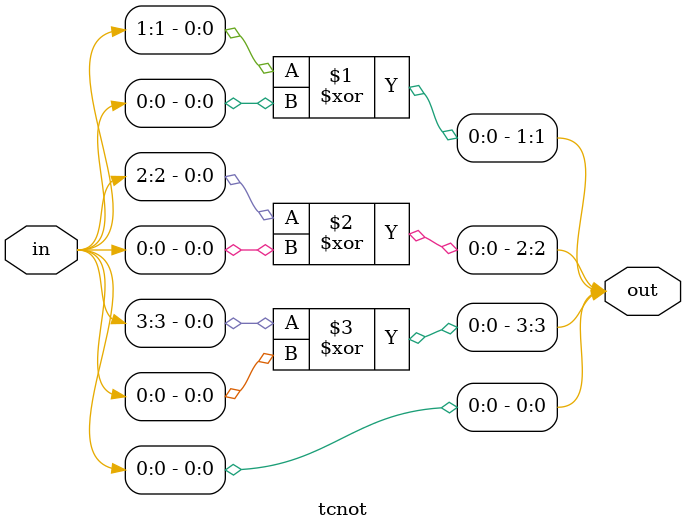
<source format=v>
`timescale 1ns / 1ps
module tcnot(
    input [3:0] in,
    output [3:0] out
    );
assign out[0] = in[0];
assign out[1] = in[1] ^ in[0];
assign out[2] = in[2] ^ in[0];
assign out[3] = in[3] ^ in[0];

endmodule

</source>
